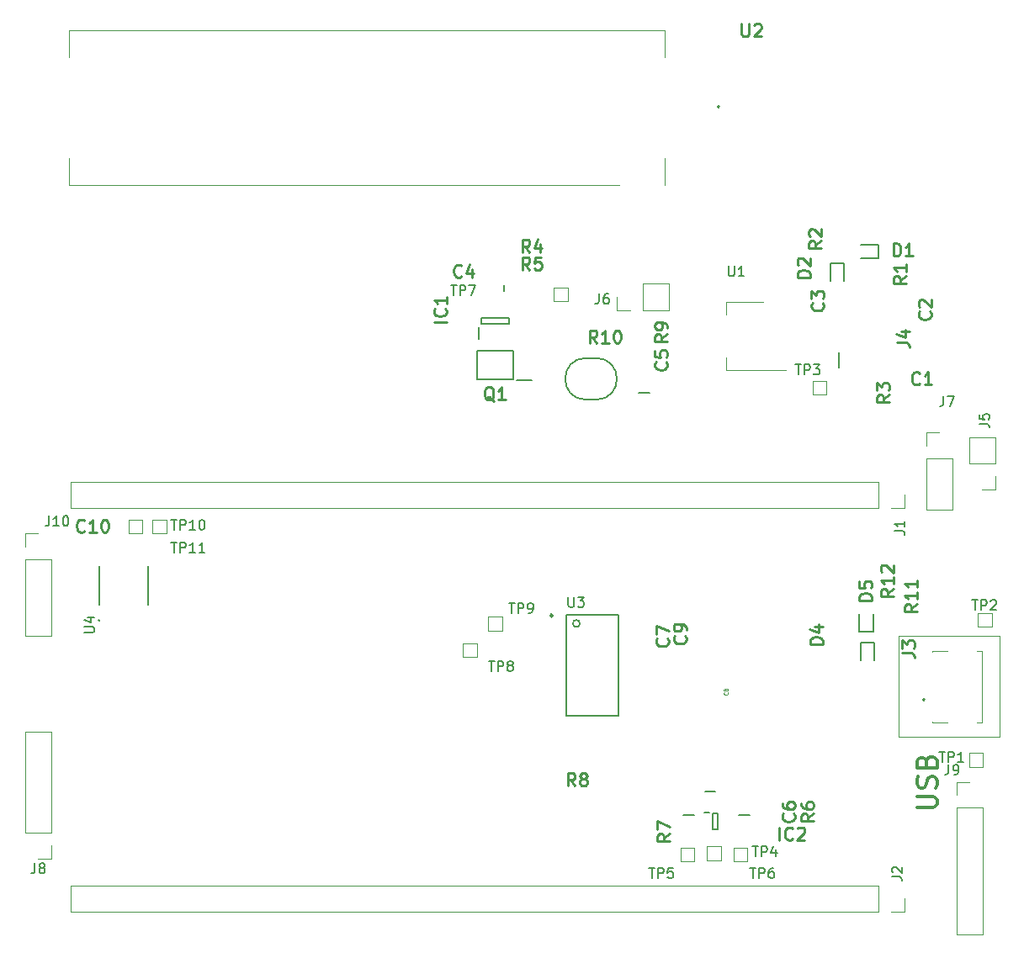
<source format=gbr>
%TF.GenerationSoftware,KiCad,Pcbnew,(6.0.2)*%
%TF.CreationDate,2022-03-20T22:54:28+02:00*%
%TF.ProjectId,main,6d61696e-2e6b-4696-9361-645f70636258,rev?*%
%TF.SameCoordinates,Original*%
%TF.FileFunction,Legend,Top*%
%TF.FilePolarity,Positive*%
%FSLAX46Y46*%
G04 Gerber Fmt 4.6, Leading zero omitted, Abs format (unit mm)*
G04 Created by KiCad (PCBNEW (6.0.2)) date 2022-03-20 22:54:28*
%MOMM*%
%LPD*%
G01*
G04 APERTURE LIST*
%ADD10C,0.100000*%
%ADD11C,0.300000*%
%ADD12C,0.150000*%
%ADD13C,0.254000*%
%ADD14C,0.098425*%
%ADD15C,0.120000*%
%ADD16C,0.200000*%
%ADD17C,0.127000*%
%ADD18C,0.203200*%
G04 APERTURE END LIST*
D10*
X173536000Y-116459000D02*
X183696000Y-116459000D01*
X183696000Y-116459000D02*
X183696000Y-126619000D01*
X183696000Y-126619000D02*
X173536000Y-126619000D01*
X173536000Y-126619000D02*
X173536000Y-116459000D01*
D11*
X175434761Y-133714809D02*
X177053809Y-133714809D01*
X177244285Y-133619571D01*
X177339523Y-133524333D01*
X177434761Y-133333857D01*
X177434761Y-132952904D01*
X177339523Y-132762428D01*
X177244285Y-132667190D01*
X177053809Y-132571952D01*
X175434761Y-132571952D01*
X177339523Y-131714809D02*
X177434761Y-131429095D01*
X177434761Y-130952904D01*
X177339523Y-130762428D01*
X177244285Y-130667190D01*
X177053809Y-130571952D01*
X176863333Y-130571952D01*
X176672857Y-130667190D01*
X176577619Y-130762428D01*
X176482380Y-130952904D01*
X176387142Y-131333857D01*
X176291904Y-131524333D01*
X176196666Y-131619571D01*
X176006190Y-131714809D01*
X175815714Y-131714809D01*
X175625238Y-131619571D01*
X175530000Y-131524333D01*
X175434761Y-131333857D01*
X175434761Y-130857666D01*
X175530000Y-130571952D01*
X176387142Y-129048142D02*
X176482380Y-128762428D01*
X176577619Y-128667190D01*
X176768095Y-128571952D01*
X177053809Y-128571952D01*
X177244285Y-128667190D01*
X177339523Y-128762428D01*
X177434761Y-128952904D01*
X177434761Y-129714809D01*
X175434761Y-129714809D01*
X175434761Y-129048142D01*
X175530000Y-128857666D01*
X175625238Y-128762428D01*
X175815714Y-128667190D01*
X176006190Y-128667190D01*
X176196666Y-128762428D01*
X176291904Y-128857666D01*
X176387142Y-129048142D01*
X176387142Y-129714809D01*
D12*
%TO.C,J6*%
X143430666Y-82002380D02*
X143430666Y-82716666D01*
X143383047Y-82859523D01*
X143287809Y-82954761D01*
X143144952Y-83002380D01*
X143049714Y-83002380D01*
X144335428Y-82002380D02*
X144144952Y-82002380D01*
X144049714Y-82050000D01*
X144002095Y-82097619D01*
X143906857Y-82240476D01*
X143859238Y-82430952D01*
X143859238Y-82811904D01*
X143906857Y-82907142D01*
X143954476Y-82954761D01*
X144049714Y-83002380D01*
X144240190Y-83002380D01*
X144335428Y-82954761D01*
X144383047Y-82907142D01*
X144430666Y-82811904D01*
X144430666Y-82573809D01*
X144383047Y-82478571D01*
X144335428Y-82430952D01*
X144240190Y-82383333D01*
X144049714Y-82383333D01*
X143954476Y-82430952D01*
X143906857Y-82478571D01*
X143859238Y-82573809D01*
D13*
%TO.C,U2*%
X157782380Y-54803523D02*
X157782380Y-55831619D01*
X157842857Y-55952571D01*
X157903333Y-56013047D01*
X158024285Y-56073523D01*
X158266190Y-56073523D01*
X158387142Y-56013047D01*
X158447619Y-55952571D01*
X158508095Y-55831619D01*
X158508095Y-54803523D01*
X159052380Y-54924476D02*
X159112857Y-54864000D01*
X159233809Y-54803523D01*
X159536190Y-54803523D01*
X159657142Y-54864000D01*
X159717619Y-54924476D01*
X159778095Y-55045428D01*
X159778095Y-55166380D01*
X159717619Y-55347809D01*
X158991904Y-56073523D01*
X159778095Y-56073523D01*
%TO.C,R4*%
X136440333Y-77790523D02*
X136017000Y-77185761D01*
X135714619Y-77790523D02*
X135714619Y-76520523D01*
X136198428Y-76520523D01*
X136319380Y-76581000D01*
X136379857Y-76641476D01*
X136440333Y-76762428D01*
X136440333Y-76943857D01*
X136379857Y-77064809D01*
X136319380Y-77125285D01*
X136198428Y-77185761D01*
X135714619Y-77185761D01*
X137528904Y-76943857D02*
X137528904Y-77790523D01*
X137226523Y-76460047D02*
X136924142Y-77367190D01*
X137710333Y-77367190D01*
%TO.C,D4*%
X165928523Y-117269380D02*
X164658523Y-117269380D01*
X164658523Y-116967000D01*
X164719000Y-116785571D01*
X164839952Y-116664619D01*
X164960904Y-116604142D01*
X165202809Y-116543666D01*
X165384238Y-116543666D01*
X165626142Y-116604142D01*
X165747095Y-116664619D01*
X165868047Y-116785571D01*
X165928523Y-116967000D01*
X165928523Y-117269380D01*
X165081857Y-115455095D02*
X165928523Y-115455095D01*
X164598047Y-115757476D02*
X165505190Y-116059857D01*
X165505190Y-115273666D01*
%TO.C,J4*%
X173421523Y-86910333D02*
X174328666Y-86910333D01*
X174510095Y-86970809D01*
X174631047Y-87091761D01*
X174691523Y-87273190D01*
X174691523Y-87394142D01*
X173844857Y-85761285D02*
X174691523Y-85761285D01*
X173361047Y-86063666D02*
X174268190Y-86366047D01*
X174268190Y-85579857D01*
D12*
%TO.C,TP9*%
X134374095Y-113117380D02*
X134945523Y-113117380D01*
X134659809Y-114117380D02*
X134659809Y-113117380D01*
X135278857Y-114117380D02*
X135278857Y-113117380D01*
X135659809Y-113117380D01*
X135755047Y-113165000D01*
X135802666Y-113212619D01*
X135850285Y-113307857D01*
X135850285Y-113450714D01*
X135802666Y-113545952D01*
X135755047Y-113593571D01*
X135659809Y-113641190D01*
X135278857Y-113641190D01*
X136326476Y-114117380D02*
X136516952Y-114117380D01*
X136612190Y-114069761D01*
X136659809Y-114022142D01*
X136755047Y-113879285D01*
X136802666Y-113688809D01*
X136802666Y-113307857D01*
X136755047Y-113212619D01*
X136707428Y-113165000D01*
X136612190Y-113117380D01*
X136421714Y-113117380D01*
X136326476Y-113165000D01*
X136278857Y-113212619D01*
X136231238Y-113307857D01*
X136231238Y-113545952D01*
X136278857Y-113641190D01*
X136326476Y-113688809D01*
X136421714Y-113736428D01*
X136612190Y-113736428D01*
X136707428Y-113688809D01*
X136755047Y-113641190D01*
X136802666Y-113545952D01*
D13*
%TO.C,C10*%
X91639571Y-105863571D02*
X91579095Y-105924047D01*
X91397666Y-105984523D01*
X91276714Y-105984523D01*
X91095285Y-105924047D01*
X90974333Y-105803095D01*
X90913857Y-105682142D01*
X90853380Y-105440238D01*
X90853380Y-105258809D01*
X90913857Y-105016904D01*
X90974333Y-104895952D01*
X91095285Y-104775000D01*
X91276714Y-104714523D01*
X91397666Y-104714523D01*
X91579095Y-104775000D01*
X91639571Y-104835476D01*
X92849095Y-105984523D02*
X92123380Y-105984523D01*
X92486238Y-105984523D02*
X92486238Y-104714523D01*
X92365285Y-104895952D01*
X92244333Y-105016904D01*
X92123380Y-105077380D01*
X93635285Y-104714523D02*
X93756238Y-104714523D01*
X93877190Y-104775000D01*
X93937666Y-104835476D01*
X93998142Y-104956428D01*
X94058619Y-105198333D01*
X94058619Y-105500714D01*
X93998142Y-105742619D01*
X93937666Y-105863571D01*
X93877190Y-105924047D01*
X93756238Y-105984523D01*
X93635285Y-105984523D01*
X93514333Y-105924047D01*
X93453857Y-105863571D01*
X93393380Y-105742619D01*
X93332904Y-105500714D01*
X93332904Y-105198333D01*
X93393380Y-104956428D01*
X93453857Y-104835476D01*
X93514333Y-104775000D01*
X93635285Y-104714523D01*
D12*
%TO.C,J5*%
X181697380Y-95075333D02*
X182411666Y-95075333D01*
X182554523Y-95122952D01*
X182649761Y-95218190D01*
X182697380Y-95361047D01*
X182697380Y-95456285D01*
X181697380Y-94122952D02*
X181697380Y-94599142D01*
X182173571Y-94646761D01*
X182125952Y-94599142D01*
X182078333Y-94503904D01*
X182078333Y-94265809D01*
X182125952Y-94170571D01*
X182173571Y-94122952D01*
X182268809Y-94075333D01*
X182506904Y-94075333D01*
X182602142Y-94122952D01*
X182649761Y-94170571D01*
X182697380Y-94265809D01*
X182697380Y-94503904D01*
X182649761Y-94599142D01*
X182602142Y-94646761D01*
D13*
%TO.C,D5*%
X170881523Y-112824380D02*
X169611523Y-112824380D01*
X169611523Y-112522000D01*
X169672000Y-112340571D01*
X169792952Y-112219619D01*
X169913904Y-112159142D01*
X170155809Y-112098666D01*
X170337238Y-112098666D01*
X170579142Y-112159142D01*
X170700095Y-112219619D01*
X170821047Y-112340571D01*
X170881523Y-112522000D01*
X170881523Y-112824380D01*
X169611523Y-110949619D02*
X169611523Y-111554380D01*
X170216285Y-111614857D01*
X170155809Y-111554380D01*
X170095333Y-111433428D01*
X170095333Y-111131047D01*
X170155809Y-111010095D01*
X170216285Y-110949619D01*
X170337238Y-110889142D01*
X170639619Y-110889142D01*
X170760571Y-110949619D01*
X170821047Y-111010095D01*
X170881523Y-111131047D01*
X170881523Y-111433428D01*
X170821047Y-111554380D01*
X170760571Y-111614857D01*
D12*
%TO.C,TP11*%
X100369904Y-107021380D02*
X100941333Y-107021380D01*
X100655619Y-108021380D02*
X100655619Y-107021380D01*
X101274666Y-108021380D02*
X101274666Y-107021380D01*
X101655619Y-107021380D01*
X101750857Y-107069000D01*
X101798476Y-107116619D01*
X101846095Y-107211857D01*
X101846095Y-107354714D01*
X101798476Y-107449952D01*
X101750857Y-107497571D01*
X101655619Y-107545190D01*
X101274666Y-107545190D01*
X102798476Y-108021380D02*
X102227047Y-108021380D01*
X102512761Y-108021380D02*
X102512761Y-107021380D01*
X102417523Y-107164238D01*
X102322285Y-107259476D01*
X102227047Y-107307095D01*
X103750857Y-108021380D02*
X103179428Y-108021380D01*
X103465142Y-108021380D02*
X103465142Y-107021380D01*
X103369904Y-107164238D01*
X103274666Y-107259476D01*
X103179428Y-107307095D01*
D13*
%TO.C,R6*%
X165039523Y-134323666D02*
X164434761Y-134747000D01*
X165039523Y-135049380D02*
X163769523Y-135049380D01*
X163769523Y-134565571D01*
X163830000Y-134444619D01*
X163890476Y-134384142D01*
X164011428Y-134323666D01*
X164192857Y-134323666D01*
X164313809Y-134384142D01*
X164374285Y-134444619D01*
X164434761Y-134565571D01*
X164434761Y-135049380D01*
X163769523Y-133235095D02*
X163769523Y-133477000D01*
X163830000Y-133597952D01*
X163890476Y-133658428D01*
X164071904Y-133779380D01*
X164313809Y-133839857D01*
X164797619Y-133839857D01*
X164918571Y-133779380D01*
X164979047Y-133718904D01*
X165039523Y-133597952D01*
X165039523Y-133356047D01*
X164979047Y-133235095D01*
X164918571Y-133174619D01*
X164797619Y-133114142D01*
X164495238Y-133114142D01*
X164374285Y-133174619D01*
X164313809Y-133235095D01*
X164253333Y-133356047D01*
X164253333Y-133597952D01*
X164313809Y-133718904D01*
X164374285Y-133779380D01*
X164495238Y-133839857D01*
%TO.C,C1*%
X175683333Y-91004571D02*
X175622857Y-91065047D01*
X175441428Y-91125523D01*
X175320476Y-91125523D01*
X175139047Y-91065047D01*
X175018095Y-90944095D01*
X174957619Y-90823142D01*
X174897142Y-90581238D01*
X174897142Y-90399809D01*
X174957619Y-90157904D01*
X175018095Y-90036952D01*
X175139047Y-89916000D01*
X175320476Y-89855523D01*
X175441428Y-89855523D01*
X175622857Y-89916000D01*
X175683333Y-89976476D01*
X176892857Y-91125523D02*
X176167142Y-91125523D01*
X176530000Y-91125523D02*
X176530000Y-89855523D01*
X176409047Y-90036952D01*
X176288095Y-90157904D01*
X176167142Y-90218380D01*
D12*
%TO.C,TP5*%
X148471095Y-139787380D02*
X149042523Y-139787380D01*
X148756809Y-140787380D02*
X148756809Y-139787380D01*
X149375857Y-140787380D02*
X149375857Y-139787380D01*
X149756809Y-139787380D01*
X149852047Y-139835000D01*
X149899666Y-139882619D01*
X149947285Y-139977857D01*
X149947285Y-140120714D01*
X149899666Y-140215952D01*
X149852047Y-140263571D01*
X149756809Y-140311190D01*
X149375857Y-140311190D01*
X150852047Y-139787380D02*
X150375857Y-139787380D01*
X150328238Y-140263571D01*
X150375857Y-140215952D01*
X150471095Y-140168333D01*
X150709190Y-140168333D01*
X150804428Y-140215952D01*
X150852047Y-140263571D01*
X150899666Y-140358809D01*
X150899666Y-140596904D01*
X150852047Y-140692142D01*
X150804428Y-140739761D01*
X150709190Y-140787380D01*
X150471095Y-140787380D01*
X150375857Y-140739761D01*
X150328238Y-140692142D01*
D13*
%TO.C,R3*%
X172659523Y-92159666D02*
X172054761Y-92583000D01*
X172659523Y-92885380D02*
X171389523Y-92885380D01*
X171389523Y-92401571D01*
X171450000Y-92280619D01*
X171510476Y-92220142D01*
X171631428Y-92159666D01*
X171812857Y-92159666D01*
X171933809Y-92220142D01*
X171994285Y-92280619D01*
X172054761Y-92401571D01*
X172054761Y-92885380D01*
X171389523Y-91736333D02*
X171389523Y-90950142D01*
X171873333Y-91373476D01*
X171873333Y-91192047D01*
X171933809Y-91071095D01*
X171994285Y-91010619D01*
X172115238Y-90950142D01*
X172417619Y-90950142D01*
X172538571Y-91010619D01*
X172599047Y-91071095D01*
X172659523Y-91192047D01*
X172659523Y-91554904D01*
X172599047Y-91675857D01*
X172538571Y-91736333D01*
%TO.C,R1*%
X174310523Y-80221666D02*
X173705761Y-80645000D01*
X174310523Y-80947380D02*
X173040523Y-80947380D01*
X173040523Y-80463571D01*
X173101000Y-80342619D01*
X173161476Y-80282142D01*
X173282428Y-80221666D01*
X173463857Y-80221666D01*
X173584809Y-80282142D01*
X173645285Y-80342619D01*
X173705761Y-80463571D01*
X173705761Y-80947380D01*
X174310523Y-79012142D02*
X174310523Y-79737857D01*
X174310523Y-79375000D02*
X173040523Y-79375000D01*
X173221952Y-79495952D01*
X173342904Y-79616904D01*
X173403380Y-79737857D01*
%TO.C,R2*%
X165801523Y-76665666D02*
X165196761Y-77089000D01*
X165801523Y-77391380D02*
X164531523Y-77391380D01*
X164531523Y-76907571D01*
X164592000Y-76786619D01*
X164652476Y-76726142D01*
X164773428Y-76665666D01*
X164954857Y-76665666D01*
X165075809Y-76726142D01*
X165136285Y-76786619D01*
X165196761Y-76907571D01*
X165196761Y-77391380D01*
X164652476Y-76181857D02*
X164592000Y-76121380D01*
X164531523Y-76000428D01*
X164531523Y-75698047D01*
X164592000Y-75577095D01*
X164652476Y-75516619D01*
X164773428Y-75456142D01*
X164894380Y-75456142D01*
X165075809Y-75516619D01*
X165801523Y-76242333D01*
X165801523Y-75456142D01*
%TO.C,D2*%
X164658523Y-80312380D02*
X163388523Y-80312380D01*
X163388523Y-80010000D01*
X163449000Y-79828571D01*
X163569952Y-79707619D01*
X163690904Y-79647142D01*
X163932809Y-79586666D01*
X164114238Y-79586666D01*
X164356142Y-79647142D01*
X164477095Y-79707619D01*
X164598047Y-79828571D01*
X164658523Y-80010000D01*
X164658523Y-80312380D01*
X163509476Y-79102857D02*
X163449000Y-79042380D01*
X163388523Y-78921428D01*
X163388523Y-78619047D01*
X163449000Y-78498095D01*
X163509476Y-78437619D01*
X163630428Y-78377142D01*
X163751380Y-78377142D01*
X163932809Y-78437619D01*
X164658523Y-79163333D01*
X164658523Y-78377142D01*
%TO.C,D1*%
X173052619Y-78171523D02*
X173052619Y-76901523D01*
X173355000Y-76901523D01*
X173536428Y-76962000D01*
X173657380Y-77082952D01*
X173717857Y-77203904D01*
X173778333Y-77445809D01*
X173778333Y-77627238D01*
X173717857Y-77869142D01*
X173657380Y-77990095D01*
X173536428Y-78111047D01*
X173355000Y-78171523D01*
X173052619Y-78171523D01*
X174987857Y-78171523D02*
X174262142Y-78171523D01*
X174625000Y-78171523D02*
X174625000Y-76901523D01*
X174504047Y-77082952D01*
X174383095Y-77203904D01*
X174262142Y-77264380D01*
%TO.C,R5*%
X136440333Y-79568523D02*
X136017000Y-78963761D01*
X135714619Y-79568523D02*
X135714619Y-78298523D01*
X136198428Y-78298523D01*
X136319380Y-78359000D01*
X136379857Y-78419476D01*
X136440333Y-78540428D01*
X136440333Y-78721857D01*
X136379857Y-78842809D01*
X136319380Y-78903285D01*
X136198428Y-78963761D01*
X135714619Y-78963761D01*
X137589380Y-78298523D02*
X136984619Y-78298523D01*
X136924142Y-78903285D01*
X136984619Y-78842809D01*
X137105571Y-78782333D01*
X137407952Y-78782333D01*
X137528904Y-78842809D01*
X137589380Y-78903285D01*
X137649857Y-79024238D01*
X137649857Y-79326619D01*
X137589380Y-79447571D01*
X137528904Y-79508047D01*
X137407952Y-79568523D01*
X137105571Y-79568523D01*
X136984619Y-79508047D01*
X136924142Y-79447571D01*
%TO.C,R12*%
X173040523Y-111687428D02*
X172435761Y-112110761D01*
X173040523Y-112413142D02*
X171770523Y-112413142D01*
X171770523Y-111929333D01*
X171831000Y-111808380D01*
X171891476Y-111747904D01*
X172012428Y-111687428D01*
X172193857Y-111687428D01*
X172314809Y-111747904D01*
X172375285Y-111808380D01*
X172435761Y-111929333D01*
X172435761Y-112413142D01*
X173040523Y-110477904D02*
X173040523Y-111203619D01*
X173040523Y-110840761D02*
X171770523Y-110840761D01*
X171951952Y-110961714D01*
X172072904Y-111082666D01*
X172133380Y-111203619D01*
X171891476Y-109994095D02*
X171831000Y-109933619D01*
X171770523Y-109812666D01*
X171770523Y-109510285D01*
X171831000Y-109389333D01*
X171891476Y-109328857D01*
X172012428Y-109268380D01*
X172133380Y-109268380D01*
X172314809Y-109328857D01*
X173040523Y-110054571D01*
X173040523Y-109268380D01*
D12*
%TO.C,J1*%
X173188380Y-105870333D02*
X173902666Y-105870333D01*
X174045523Y-105917952D01*
X174140761Y-106013190D01*
X174188380Y-106156047D01*
X174188380Y-106251285D01*
X174188380Y-104870333D02*
X174188380Y-105441761D01*
X174188380Y-105156047D02*
X173188380Y-105156047D01*
X173331238Y-105251285D01*
X173426476Y-105346523D01*
X173474095Y-105441761D01*
D13*
%TO.C,C7*%
X150313571Y-116670666D02*
X150374047Y-116731142D01*
X150434523Y-116912571D01*
X150434523Y-117033523D01*
X150374047Y-117214952D01*
X150253095Y-117335904D01*
X150132142Y-117396380D01*
X149890238Y-117456857D01*
X149708809Y-117456857D01*
X149466904Y-117396380D01*
X149345952Y-117335904D01*
X149225000Y-117214952D01*
X149164523Y-117033523D01*
X149164523Y-116912571D01*
X149225000Y-116731142D01*
X149285476Y-116670666D01*
X149164523Y-116247333D02*
X149164523Y-115400666D01*
X150434523Y-115944952D01*
%TO.C,IC2*%
X161574238Y-136972523D02*
X161574238Y-135702523D01*
X162904714Y-136851571D02*
X162844238Y-136912047D01*
X162662809Y-136972523D01*
X162541857Y-136972523D01*
X162360428Y-136912047D01*
X162239476Y-136791095D01*
X162179000Y-136670142D01*
X162118523Y-136428238D01*
X162118523Y-136246809D01*
X162179000Y-136004904D01*
X162239476Y-135883952D01*
X162360428Y-135763000D01*
X162541857Y-135702523D01*
X162662809Y-135702523D01*
X162844238Y-135763000D01*
X162904714Y-135823476D01*
X163388523Y-135823476D02*
X163449000Y-135763000D01*
X163569952Y-135702523D01*
X163872333Y-135702523D01*
X163993285Y-135763000D01*
X164053761Y-135823476D01*
X164114238Y-135944428D01*
X164114238Y-136065380D01*
X164053761Y-136246809D01*
X163328047Y-136972523D01*
X164114238Y-136972523D01*
D12*
%TO.C,TP10*%
X100369904Y-104735380D02*
X100941333Y-104735380D01*
X100655619Y-105735380D02*
X100655619Y-104735380D01*
X101274666Y-105735380D02*
X101274666Y-104735380D01*
X101655619Y-104735380D01*
X101750857Y-104783000D01*
X101798476Y-104830619D01*
X101846095Y-104925857D01*
X101846095Y-105068714D01*
X101798476Y-105163952D01*
X101750857Y-105211571D01*
X101655619Y-105259190D01*
X101274666Y-105259190D01*
X102798476Y-105735380D02*
X102227047Y-105735380D01*
X102512761Y-105735380D02*
X102512761Y-104735380D01*
X102417523Y-104878238D01*
X102322285Y-104973476D01*
X102227047Y-105021095D01*
X103417523Y-104735380D02*
X103512761Y-104735380D01*
X103608000Y-104783000D01*
X103655619Y-104830619D01*
X103703238Y-104925857D01*
X103750857Y-105116333D01*
X103750857Y-105354428D01*
X103703238Y-105544904D01*
X103655619Y-105640142D01*
X103608000Y-105687761D01*
X103512761Y-105735380D01*
X103417523Y-105735380D01*
X103322285Y-105687761D01*
X103274666Y-105640142D01*
X103227047Y-105544904D01*
X103179428Y-105354428D01*
X103179428Y-105116333D01*
X103227047Y-104925857D01*
X103274666Y-104830619D01*
X103322285Y-104783000D01*
X103417523Y-104735380D01*
%TO.C,J10*%
X88090476Y-104354380D02*
X88090476Y-105068666D01*
X88042857Y-105211523D01*
X87947619Y-105306761D01*
X87804761Y-105354380D01*
X87709523Y-105354380D01*
X89090476Y-105354380D02*
X88519047Y-105354380D01*
X88804761Y-105354380D02*
X88804761Y-104354380D01*
X88709523Y-104497238D01*
X88614285Y-104592476D01*
X88519047Y-104640095D01*
X89709523Y-104354380D02*
X89804761Y-104354380D01*
X89900000Y-104402000D01*
X89947619Y-104449619D01*
X89995238Y-104544857D01*
X90042857Y-104735333D01*
X90042857Y-104973428D01*
X89995238Y-105163904D01*
X89947619Y-105259142D01*
X89900000Y-105306761D01*
X89804761Y-105354380D01*
X89709523Y-105354380D01*
X89614285Y-105306761D01*
X89566666Y-105259142D01*
X89519047Y-105163904D01*
X89471428Y-104973428D01*
X89471428Y-104735333D01*
X89519047Y-104544857D01*
X89566666Y-104449619D01*
X89614285Y-104402000D01*
X89709523Y-104354380D01*
%TO.C,TP6*%
X158631095Y-139787380D02*
X159202523Y-139787380D01*
X158916809Y-140787380D02*
X158916809Y-139787380D01*
X159535857Y-140787380D02*
X159535857Y-139787380D01*
X159916809Y-139787380D01*
X160012047Y-139835000D01*
X160059666Y-139882619D01*
X160107285Y-139977857D01*
X160107285Y-140120714D01*
X160059666Y-140215952D01*
X160012047Y-140263571D01*
X159916809Y-140311190D01*
X159535857Y-140311190D01*
X160964428Y-139787380D02*
X160773952Y-139787380D01*
X160678714Y-139835000D01*
X160631095Y-139882619D01*
X160535857Y-140025476D01*
X160488238Y-140215952D01*
X160488238Y-140596904D01*
X160535857Y-140692142D01*
X160583476Y-140739761D01*
X160678714Y-140787380D01*
X160869190Y-140787380D01*
X160964428Y-140739761D01*
X161012047Y-140692142D01*
X161059666Y-140596904D01*
X161059666Y-140358809D01*
X161012047Y-140263571D01*
X160964428Y-140215952D01*
X160869190Y-140168333D01*
X160678714Y-140168333D01*
X160583476Y-140215952D01*
X160535857Y-140263571D01*
X160488238Y-140358809D01*
%TO.C,U1*%
X156464095Y-79208380D02*
X156464095Y-80017904D01*
X156511714Y-80113142D01*
X156559333Y-80160761D01*
X156654571Y-80208380D01*
X156845047Y-80208380D01*
X156940285Y-80160761D01*
X156987904Y-80113142D01*
X157035523Y-80017904D01*
X157035523Y-79208380D01*
X158035523Y-80208380D02*
X157464095Y-80208380D01*
X157749809Y-80208380D02*
X157749809Y-79208380D01*
X157654571Y-79351238D01*
X157559333Y-79446476D01*
X157464095Y-79494095D01*
D13*
%TO.C,C5*%
X150186571Y-88857666D02*
X150247047Y-88918142D01*
X150307523Y-89099571D01*
X150307523Y-89220523D01*
X150247047Y-89401952D01*
X150126095Y-89522904D01*
X150005142Y-89583380D01*
X149763238Y-89643857D01*
X149581809Y-89643857D01*
X149339904Y-89583380D01*
X149218952Y-89522904D01*
X149098000Y-89401952D01*
X149037523Y-89220523D01*
X149037523Y-89099571D01*
X149098000Y-88918142D01*
X149158476Y-88857666D01*
X149037523Y-87708619D02*
X149037523Y-88313380D01*
X149642285Y-88373857D01*
X149581809Y-88313380D01*
X149521333Y-88192428D01*
X149521333Y-87890047D01*
X149581809Y-87769095D01*
X149642285Y-87708619D01*
X149763238Y-87648142D01*
X150065619Y-87648142D01*
X150186571Y-87708619D01*
X150247047Y-87769095D01*
X150307523Y-87890047D01*
X150307523Y-88192428D01*
X150247047Y-88313380D01*
X150186571Y-88373857D01*
%TO.C,R11*%
X175453523Y-113211428D02*
X174848761Y-113634761D01*
X175453523Y-113937142D02*
X174183523Y-113937142D01*
X174183523Y-113453333D01*
X174244000Y-113332380D01*
X174304476Y-113271904D01*
X174425428Y-113211428D01*
X174606857Y-113211428D01*
X174727809Y-113271904D01*
X174788285Y-113332380D01*
X174848761Y-113453333D01*
X174848761Y-113937142D01*
X175453523Y-112001904D02*
X175453523Y-112727619D01*
X175453523Y-112364761D02*
X174183523Y-112364761D01*
X174364952Y-112485714D01*
X174485904Y-112606666D01*
X174546380Y-112727619D01*
X175453523Y-110792380D02*
X175453523Y-111518095D01*
X175453523Y-111155238D02*
X174183523Y-111155238D01*
X174364952Y-111276190D01*
X174485904Y-111397142D01*
X174546380Y-111518095D01*
%TO.C,R9*%
X150307523Y-86063666D02*
X149702761Y-86487000D01*
X150307523Y-86789380D02*
X149037523Y-86789380D01*
X149037523Y-86305571D01*
X149098000Y-86184619D01*
X149158476Y-86124142D01*
X149279428Y-86063666D01*
X149460857Y-86063666D01*
X149581809Y-86124142D01*
X149642285Y-86184619D01*
X149702761Y-86305571D01*
X149702761Y-86789380D01*
X150307523Y-85458904D02*
X150307523Y-85217000D01*
X150247047Y-85096047D01*
X150186571Y-85035571D01*
X150005142Y-84914619D01*
X149763238Y-84854142D01*
X149279428Y-84854142D01*
X149158476Y-84914619D01*
X149098000Y-84975095D01*
X149037523Y-85096047D01*
X149037523Y-85337952D01*
X149098000Y-85458904D01*
X149158476Y-85519380D01*
X149279428Y-85579857D01*
X149581809Y-85579857D01*
X149702761Y-85519380D01*
X149763238Y-85458904D01*
X149823714Y-85337952D01*
X149823714Y-85096047D01*
X149763238Y-84975095D01*
X149702761Y-84914619D01*
X149581809Y-84854142D01*
D12*
%TO.C,J7*%
X178101666Y-92289380D02*
X178101666Y-93003666D01*
X178054047Y-93146523D01*
X177958809Y-93241761D01*
X177815952Y-93289380D01*
X177720714Y-93289380D01*
X178482619Y-92289380D02*
X179149285Y-92289380D01*
X178720714Y-93289380D01*
%TO.C,TP7*%
X128532095Y-81113380D02*
X129103523Y-81113380D01*
X128817809Y-82113380D02*
X128817809Y-81113380D01*
X129436857Y-82113380D02*
X129436857Y-81113380D01*
X129817809Y-81113380D01*
X129913047Y-81161000D01*
X129960666Y-81208619D01*
X130008285Y-81303857D01*
X130008285Y-81446714D01*
X129960666Y-81541952D01*
X129913047Y-81589571D01*
X129817809Y-81637190D01*
X129436857Y-81637190D01*
X130341619Y-81113380D02*
X131008285Y-81113380D01*
X130579714Y-82113380D01*
D13*
%TO.C,IC1*%
X128082523Y-84805761D02*
X126812523Y-84805761D01*
X127961571Y-83475285D02*
X128022047Y-83535761D01*
X128082523Y-83717190D01*
X128082523Y-83838142D01*
X128022047Y-84019571D01*
X127901095Y-84140523D01*
X127780142Y-84201000D01*
X127538238Y-84261476D01*
X127356809Y-84261476D01*
X127114904Y-84201000D01*
X126993952Y-84140523D01*
X126873000Y-84019571D01*
X126812523Y-83838142D01*
X126812523Y-83717190D01*
X126873000Y-83535761D01*
X126933476Y-83475285D01*
X128082523Y-82265761D02*
X128082523Y-82991476D01*
X128082523Y-82628619D02*
X126812523Y-82628619D01*
X126993952Y-82749571D01*
X127114904Y-82870523D01*
X127175380Y-82991476D01*
%TO.C,C6*%
X163013571Y-134323666D02*
X163074047Y-134384142D01*
X163134523Y-134565571D01*
X163134523Y-134686523D01*
X163074047Y-134867952D01*
X162953095Y-134988904D01*
X162832142Y-135049380D01*
X162590238Y-135109857D01*
X162408809Y-135109857D01*
X162166904Y-135049380D01*
X162045952Y-134988904D01*
X161925000Y-134867952D01*
X161864523Y-134686523D01*
X161864523Y-134565571D01*
X161925000Y-134384142D01*
X161985476Y-134323666D01*
X161864523Y-133235095D02*
X161864523Y-133477000D01*
X161925000Y-133597952D01*
X161985476Y-133658428D01*
X162166904Y-133779380D01*
X162408809Y-133839857D01*
X162892619Y-133839857D01*
X163013571Y-133779380D01*
X163074047Y-133718904D01*
X163134523Y-133597952D01*
X163134523Y-133356047D01*
X163074047Y-133235095D01*
X163013571Y-133174619D01*
X162892619Y-133114142D01*
X162590238Y-133114142D01*
X162469285Y-133174619D01*
X162408809Y-133235095D01*
X162348333Y-133356047D01*
X162348333Y-133597952D01*
X162408809Y-133718904D01*
X162469285Y-133779380D01*
X162590238Y-133839857D01*
%TO.C,J3*%
X173929523Y-118152333D02*
X174836666Y-118152333D01*
X175018095Y-118212809D01*
X175139047Y-118333761D01*
X175199523Y-118515190D01*
X175199523Y-118636142D01*
X173929523Y-117668523D02*
X173929523Y-116882333D01*
X174413333Y-117305666D01*
X174413333Y-117124238D01*
X174473809Y-117003285D01*
X174534285Y-116942809D01*
X174655238Y-116882333D01*
X174957619Y-116882333D01*
X175078571Y-116942809D01*
X175139047Y-117003285D01*
X175199523Y-117124238D01*
X175199523Y-117487095D01*
X175139047Y-117608047D01*
X175078571Y-117668523D01*
D12*
%TO.C,J8*%
X86661666Y-139318380D02*
X86661666Y-140032666D01*
X86614047Y-140175523D01*
X86518809Y-140270761D01*
X86375952Y-140318380D01*
X86280714Y-140318380D01*
X87280714Y-139746952D02*
X87185476Y-139699333D01*
X87137857Y-139651714D01*
X87090238Y-139556476D01*
X87090238Y-139508857D01*
X87137857Y-139413619D01*
X87185476Y-139366000D01*
X87280714Y-139318380D01*
X87471190Y-139318380D01*
X87566428Y-139366000D01*
X87614047Y-139413619D01*
X87661666Y-139508857D01*
X87661666Y-139556476D01*
X87614047Y-139651714D01*
X87566428Y-139699333D01*
X87471190Y-139746952D01*
X87280714Y-139746952D01*
X87185476Y-139794571D01*
X87137857Y-139842190D01*
X87090238Y-139937428D01*
X87090238Y-140127904D01*
X87137857Y-140223142D01*
X87185476Y-140270761D01*
X87280714Y-140318380D01*
X87471190Y-140318380D01*
X87566428Y-140270761D01*
X87614047Y-140223142D01*
X87661666Y-140127904D01*
X87661666Y-139937428D01*
X87614047Y-139842190D01*
X87566428Y-139794571D01*
X87471190Y-139746952D01*
%TO.C,TP1*%
X177681095Y-128103380D02*
X178252523Y-128103380D01*
X177966809Y-129103380D02*
X177966809Y-128103380D01*
X178585857Y-129103380D02*
X178585857Y-128103380D01*
X178966809Y-128103380D01*
X179062047Y-128151000D01*
X179109666Y-128198619D01*
X179157285Y-128293857D01*
X179157285Y-128436714D01*
X179109666Y-128531952D01*
X179062047Y-128579571D01*
X178966809Y-128627190D01*
X178585857Y-128627190D01*
X180109666Y-129103380D02*
X179538238Y-129103380D01*
X179823952Y-129103380D02*
X179823952Y-128103380D01*
X179728714Y-128246238D01*
X179633476Y-128341476D01*
X179538238Y-128389095D01*
D13*
%TO.C,C4*%
X129582333Y-80209571D02*
X129521857Y-80270047D01*
X129340428Y-80330523D01*
X129219476Y-80330523D01*
X129038047Y-80270047D01*
X128917095Y-80149095D01*
X128856619Y-80028142D01*
X128796142Y-79786238D01*
X128796142Y-79604809D01*
X128856619Y-79362904D01*
X128917095Y-79241952D01*
X129038047Y-79121000D01*
X129219476Y-79060523D01*
X129340428Y-79060523D01*
X129521857Y-79121000D01*
X129582333Y-79181476D01*
X130670904Y-79483857D02*
X130670904Y-80330523D01*
X130368523Y-79000047D02*
X130066142Y-79907190D01*
X130852333Y-79907190D01*
D12*
%TO.C,TP4*%
X158885095Y-137628380D02*
X159456523Y-137628380D01*
X159170809Y-138628380D02*
X159170809Y-137628380D01*
X159789857Y-138628380D02*
X159789857Y-137628380D01*
X160170809Y-137628380D01*
X160266047Y-137676000D01*
X160313666Y-137723619D01*
X160361285Y-137818857D01*
X160361285Y-137961714D01*
X160313666Y-138056952D01*
X160266047Y-138104571D01*
X160170809Y-138152190D01*
X159789857Y-138152190D01*
X161218428Y-137961714D02*
X161218428Y-138628380D01*
X160980333Y-137580761D02*
X160742238Y-138295047D01*
X161361285Y-138295047D01*
%TO.C,U4*%
X91652962Y-116079878D02*
X92464583Y-116079878D01*
X92560068Y-116032136D01*
X92607810Y-115984394D01*
X92655553Y-115888909D01*
X92655553Y-115697939D01*
X92607810Y-115602454D01*
X92560068Y-115554712D01*
X92464583Y-115506969D01*
X91652962Y-115506969D01*
X91987159Y-114599863D02*
X92655553Y-114599863D01*
X91605219Y-114838575D02*
X92321356Y-115077287D01*
X92321356Y-114456636D01*
D13*
%TO.C,C3*%
X165934571Y-82888666D02*
X165995047Y-82949142D01*
X166055523Y-83130571D01*
X166055523Y-83251523D01*
X165995047Y-83432952D01*
X165874095Y-83553904D01*
X165753142Y-83614380D01*
X165511238Y-83674857D01*
X165329809Y-83674857D01*
X165087904Y-83614380D01*
X164966952Y-83553904D01*
X164846000Y-83432952D01*
X164785523Y-83251523D01*
X164785523Y-83130571D01*
X164846000Y-82949142D01*
X164906476Y-82888666D01*
X164785523Y-82465333D02*
X164785523Y-81679142D01*
X165269333Y-82102476D01*
X165269333Y-81921047D01*
X165329809Y-81800095D01*
X165390285Y-81739619D01*
X165511238Y-81679142D01*
X165813619Y-81679142D01*
X165934571Y-81739619D01*
X165995047Y-81800095D01*
X166055523Y-81921047D01*
X166055523Y-82283904D01*
X165995047Y-82404857D01*
X165934571Y-82465333D01*
D12*
%TO.C,J9*%
X178609666Y-129373380D02*
X178609666Y-130087666D01*
X178562047Y-130230523D01*
X178466809Y-130325761D01*
X178323952Y-130373380D01*
X178228714Y-130373380D01*
X179133476Y-130373380D02*
X179323952Y-130373380D01*
X179419190Y-130325761D01*
X179466809Y-130278142D01*
X179562047Y-130135285D01*
X179609666Y-129944809D01*
X179609666Y-129563857D01*
X179562047Y-129468619D01*
X179514428Y-129421000D01*
X179419190Y-129373380D01*
X179228714Y-129373380D01*
X179133476Y-129421000D01*
X179085857Y-129468619D01*
X179038238Y-129563857D01*
X179038238Y-129801952D01*
X179085857Y-129897190D01*
X179133476Y-129944809D01*
X179228714Y-129992428D01*
X179419190Y-129992428D01*
X179514428Y-129944809D01*
X179562047Y-129897190D01*
X179609666Y-129801952D01*
%TO.C,J2*%
X172914380Y-140668333D02*
X173628666Y-140668333D01*
X173771523Y-140715952D01*
X173866761Y-140811190D01*
X173914380Y-140954047D01*
X173914380Y-141049285D01*
X173009619Y-140239761D02*
X172962000Y-140192142D01*
X172914380Y-140096904D01*
X172914380Y-139858809D01*
X172962000Y-139763571D01*
X173009619Y-139715952D01*
X173104857Y-139668333D01*
X173200095Y-139668333D01*
X173342952Y-139715952D01*
X173914380Y-140287380D01*
X173914380Y-139668333D01*
%TO.C,TP2*%
X180983095Y-112812380D02*
X181554523Y-112812380D01*
X181268809Y-113812380D02*
X181268809Y-112812380D01*
X181887857Y-113812380D02*
X181887857Y-112812380D01*
X182268809Y-112812380D01*
X182364047Y-112860000D01*
X182411666Y-112907619D01*
X182459285Y-113002857D01*
X182459285Y-113145714D01*
X182411666Y-113240952D01*
X182364047Y-113288571D01*
X182268809Y-113336190D01*
X181887857Y-113336190D01*
X182840238Y-112907619D02*
X182887857Y-112860000D01*
X182983095Y-112812380D01*
X183221190Y-112812380D01*
X183316428Y-112860000D01*
X183364047Y-112907619D01*
X183411666Y-113002857D01*
X183411666Y-113098095D01*
X183364047Y-113240952D01*
X182792619Y-113812380D01*
X183411666Y-113812380D01*
%TO.C,TP8*%
X132342095Y-118959380D02*
X132913523Y-118959380D01*
X132627809Y-119959380D02*
X132627809Y-118959380D01*
X133246857Y-119959380D02*
X133246857Y-118959380D01*
X133627809Y-118959380D01*
X133723047Y-119007000D01*
X133770666Y-119054619D01*
X133818285Y-119149857D01*
X133818285Y-119292714D01*
X133770666Y-119387952D01*
X133723047Y-119435571D01*
X133627809Y-119483190D01*
X133246857Y-119483190D01*
X134389714Y-119387952D02*
X134294476Y-119340333D01*
X134246857Y-119292714D01*
X134199238Y-119197476D01*
X134199238Y-119149857D01*
X134246857Y-119054619D01*
X134294476Y-119007000D01*
X134389714Y-118959380D01*
X134580190Y-118959380D01*
X134675428Y-119007000D01*
X134723047Y-119054619D01*
X134770666Y-119149857D01*
X134770666Y-119197476D01*
X134723047Y-119292714D01*
X134675428Y-119340333D01*
X134580190Y-119387952D01*
X134389714Y-119387952D01*
X134294476Y-119435571D01*
X134246857Y-119483190D01*
X134199238Y-119578428D01*
X134199238Y-119768904D01*
X134246857Y-119864142D01*
X134294476Y-119911761D01*
X134389714Y-119959380D01*
X134580190Y-119959380D01*
X134675428Y-119911761D01*
X134723047Y-119864142D01*
X134770666Y-119768904D01*
X134770666Y-119578428D01*
X134723047Y-119483190D01*
X134675428Y-119435571D01*
X134580190Y-119387952D01*
D13*
%TO.C,R8*%
X141012333Y-131511523D02*
X140589000Y-130906761D01*
X140286619Y-131511523D02*
X140286619Y-130241523D01*
X140770428Y-130241523D01*
X140891380Y-130302000D01*
X140951857Y-130362476D01*
X141012333Y-130483428D01*
X141012333Y-130664857D01*
X140951857Y-130785809D01*
X140891380Y-130846285D01*
X140770428Y-130906761D01*
X140286619Y-130906761D01*
X141738047Y-130785809D02*
X141617095Y-130725333D01*
X141556619Y-130664857D01*
X141496142Y-130543904D01*
X141496142Y-130483428D01*
X141556619Y-130362476D01*
X141617095Y-130302000D01*
X141738047Y-130241523D01*
X141979952Y-130241523D01*
X142100904Y-130302000D01*
X142161380Y-130362476D01*
X142221857Y-130483428D01*
X142221857Y-130543904D01*
X142161380Y-130664857D01*
X142100904Y-130725333D01*
X141979952Y-130785809D01*
X141738047Y-130785809D01*
X141617095Y-130846285D01*
X141556619Y-130906761D01*
X141496142Y-131027714D01*
X141496142Y-131269619D01*
X141556619Y-131390571D01*
X141617095Y-131451047D01*
X141738047Y-131511523D01*
X141979952Y-131511523D01*
X142100904Y-131451047D01*
X142161380Y-131390571D01*
X142221857Y-131269619D01*
X142221857Y-131027714D01*
X142161380Y-130906761D01*
X142100904Y-130846285D01*
X141979952Y-130785809D01*
%TO.C,R10*%
X143201571Y-86934523D02*
X142778238Y-86329761D01*
X142475857Y-86934523D02*
X142475857Y-85664523D01*
X142959666Y-85664523D01*
X143080619Y-85725000D01*
X143141095Y-85785476D01*
X143201571Y-85906428D01*
X143201571Y-86087857D01*
X143141095Y-86208809D01*
X143080619Y-86269285D01*
X142959666Y-86329761D01*
X142475857Y-86329761D01*
X144411095Y-86934523D02*
X143685380Y-86934523D01*
X144048238Y-86934523D02*
X144048238Y-85664523D01*
X143927285Y-85845952D01*
X143806333Y-85966904D01*
X143685380Y-86027380D01*
X145197285Y-85664523D02*
X145318238Y-85664523D01*
X145439190Y-85725000D01*
X145499666Y-85785476D01*
X145560142Y-85906428D01*
X145620619Y-86148333D01*
X145620619Y-86450714D01*
X145560142Y-86692619D01*
X145499666Y-86813571D01*
X145439190Y-86874047D01*
X145318238Y-86934523D01*
X145197285Y-86934523D01*
X145076333Y-86874047D01*
X145015857Y-86813571D01*
X144955380Y-86692619D01*
X144894904Y-86450714D01*
X144894904Y-86148333D01*
X144955380Y-85906428D01*
X145015857Y-85785476D01*
X145076333Y-85725000D01*
X145197285Y-85664523D01*
%TO.C,Q1*%
X132848047Y-92770476D02*
X132727095Y-92710000D01*
X132606142Y-92589047D01*
X132424714Y-92407619D01*
X132303761Y-92347142D01*
X132182809Y-92347142D01*
X132243285Y-92649523D02*
X132122333Y-92589047D01*
X132001380Y-92468095D01*
X131940904Y-92226190D01*
X131940904Y-91802857D01*
X132001380Y-91560952D01*
X132122333Y-91440000D01*
X132243285Y-91379523D01*
X132485190Y-91379523D01*
X132606142Y-91440000D01*
X132727095Y-91560952D01*
X132787571Y-91802857D01*
X132787571Y-92226190D01*
X132727095Y-92468095D01*
X132606142Y-92589047D01*
X132485190Y-92649523D01*
X132243285Y-92649523D01*
X133997095Y-92649523D02*
X133271380Y-92649523D01*
X133634238Y-92649523D02*
X133634238Y-91379523D01*
X133513285Y-91560952D01*
X133392333Y-91681904D01*
X133271380Y-91742380D01*
D14*
%TO.C,C8*%
X156350607Y-122112616D02*
X156369355Y-122131364D01*
X156388102Y-122187607D01*
X156388102Y-122225102D01*
X156369355Y-122281345D01*
X156331859Y-122318841D01*
X156294364Y-122337588D01*
X156219373Y-122356336D01*
X156163130Y-122356336D01*
X156088140Y-122337588D01*
X156050644Y-122318841D01*
X156013149Y-122281345D01*
X155994401Y-122225102D01*
X155994401Y-122187607D01*
X156013149Y-122131364D01*
X156031897Y-122112616D01*
X156163130Y-121887644D02*
X156144383Y-121925140D01*
X156125635Y-121943887D01*
X156088140Y-121962635D01*
X156069392Y-121962635D01*
X156031897Y-121943887D01*
X156013149Y-121925140D01*
X155994401Y-121887644D01*
X155994401Y-121812654D01*
X156013149Y-121775158D01*
X156031897Y-121756411D01*
X156069392Y-121737663D01*
X156088140Y-121737663D01*
X156125635Y-121756411D01*
X156144383Y-121775158D01*
X156163130Y-121812654D01*
X156163130Y-121887644D01*
X156181878Y-121925140D01*
X156200626Y-121943887D01*
X156238121Y-121962635D01*
X156313112Y-121962635D01*
X156350607Y-121943887D01*
X156369355Y-121925140D01*
X156388102Y-121887644D01*
X156388102Y-121812654D01*
X156369355Y-121775158D01*
X156350607Y-121756411D01*
X156313112Y-121737663D01*
X156238121Y-121737663D01*
X156200626Y-121756411D01*
X156181878Y-121775158D01*
X156163130Y-121812654D01*
D13*
%TO.C,C9*%
X152091571Y-116416666D02*
X152152047Y-116477142D01*
X152212523Y-116658571D01*
X152212523Y-116779523D01*
X152152047Y-116960952D01*
X152031095Y-117081904D01*
X151910142Y-117142380D01*
X151668238Y-117202857D01*
X151486809Y-117202857D01*
X151244904Y-117142380D01*
X151123952Y-117081904D01*
X151003000Y-116960952D01*
X150942523Y-116779523D01*
X150942523Y-116658571D01*
X151003000Y-116477142D01*
X151063476Y-116416666D01*
X152212523Y-115811904D02*
X152212523Y-115570000D01*
X152152047Y-115449047D01*
X152091571Y-115388571D01*
X151910142Y-115267619D01*
X151668238Y-115207142D01*
X151184428Y-115207142D01*
X151063476Y-115267619D01*
X151003000Y-115328095D01*
X150942523Y-115449047D01*
X150942523Y-115690952D01*
X151003000Y-115811904D01*
X151063476Y-115872380D01*
X151184428Y-115932857D01*
X151486809Y-115932857D01*
X151607761Y-115872380D01*
X151668238Y-115811904D01*
X151728714Y-115690952D01*
X151728714Y-115449047D01*
X151668238Y-115328095D01*
X151607761Y-115267619D01*
X151486809Y-115207142D01*
D12*
%TO.C,TP3*%
X163203095Y-89114380D02*
X163774523Y-89114380D01*
X163488809Y-90114380D02*
X163488809Y-89114380D01*
X164107857Y-90114380D02*
X164107857Y-89114380D01*
X164488809Y-89114380D01*
X164584047Y-89162000D01*
X164631666Y-89209619D01*
X164679285Y-89304857D01*
X164679285Y-89447714D01*
X164631666Y-89542952D01*
X164584047Y-89590571D01*
X164488809Y-89638190D01*
X164107857Y-89638190D01*
X165012619Y-89114380D02*
X165631666Y-89114380D01*
X165298333Y-89495333D01*
X165441190Y-89495333D01*
X165536428Y-89542952D01*
X165584047Y-89590571D01*
X165631666Y-89685809D01*
X165631666Y-89923904D01*
X165584047Y-90019142D01*
X165536428Y-90066761D01*
X165441190Y-90114380D01*
X165155476Y-90114380D01*
X165060238Y-90066761D01*
X165012619Y-90019142D01*
D13*
%TO.C,R7*%
X150561523Y-136355666D02*
X149956761Y-136779000D01*
X150561523Y-137081380D02*
X149291523Y-137081380D01*
X149291523Y-136597571D01*
X149352000Y-136476619D01*
X149412476Y-136416142D01*
X149533428Y-136355666D01*
X149714857Y-136355666D01*
X149835809Y-136416142D01*
X149896285Y-136476619D01*
X149956761Y-136597571D01*
X149956761Y-137081380D01*
X149291523Y-135932333D02*
X149291523Y-135085666D01*
X150561523Y-135629952D01*
D12*
%TO.C,U3*%
X140327143Y-112509916D02*
X140327143Y-113320791D01*
X140374842Y-113416188D01*
X140422540Y-113463887D01*
X140517937Y-113511585D01*
X140708731Y-113511585D01*
X140804128Y-113463887D01*
X140851827Y-113416188D01*
X140899525Y-113320791D01*
X140899525Y-112509916D01*
X141281114Y-112509916D02*
X141901194Y-112509916D01*
X141567305Y-112891505D01*
X141710400Y-112891505D01*
X141805797Y-112939203D01*
X141853496Y-112986902D01*
X141901194Y-113082299D01*
X141901194Y-113320791D01*
X141853496Y-113416188D01*
X141805797Y-113463887D01*
X141710400Y-113511585D01*
X141424209Y-113511585D01*
X141328812Y-113463887D01*
X141281114Y-113416188D01*
D13*
%TO.C,C2*%
X176729571Y-83777666D02*
X176790047Y-83838142D01*
X176850523Y-84019571D01*
X176850523Y-84140523D01*
X176790047Y-84321952D01*
X176669095Y-84442904D01*
X176548142Y-84503380D01*
X176306238Y-84563857D01*
X176124809Y-84563857D01*
X175882904Y-84503380D01*
X175761952Y-84442904D01*
X175641000Y-84321952D01*
X175580523Y-84140523D01*
X175580523Y-84019571D01*
X175641000Y-83838142D01*
X175701476Y-83777666D01*
X175701476Y-83293857D02*
X175641000Y-83233380D01*
X175580523Y-83112428D01*
X175580523Y-82810047D01*
X175641000Y-82689095D01*
X175701476Y-82628619D01*
X175822428Y-82568142D01*
X175943380Y-82568142D01*
X176124809Y-82628619D01*
X176850523Y-83354333D01*
X176850523Y-82568142D01*
D15*
%TO.C,J6*%
X147828000Y-80966000D02*
X150428000Y-80966000D01*
X145228000Y-83626000D02*
X145228000Y-82296000D01*
X147828000Y-83626000D02*
X147828000Y-80966000D01*
X147828000Y-83626000D02*
X150428000Y-83626000D01*
X150428000Y-83626000D02*
X150428000Y-80966000D01*
X146558000Y-83626000D02*
X145228000Y-83626000D01*
D16*
%TO.C,U2*%
X155434000Y-63246000D02*
G75*
G03*
X155434000Y-63046000I0J100000D01*
G01*
X155434000Y-63046000D02*
G75*
G03*
X155434000Y-63246000I0J-100000D01*
G01*
X155434000Y-63046000D02*
X155434000Y-63046000D01*
X155434000Y-63246000D02*
X155434000Y-63246000D01*
D10*
X149999000Y-71016000D02*
X149999000Y-68326000D01*
X90069000Y-71016000D02*
X145434000Y-71016000D01*
X90069000Y-68326000D02*
X90069000Y-71016000D01*
X90069000Y-55476000D02*
X90069000Y-58166000D01*
X149999000Y-55476000D02*
X90069000Y-55476000D01*
X149999000Y-58166000D02*
X149999000Y-55476000D01*
D16*
%TO.C,D4*%
X171134000Y-118914000D02*
X171134000Y-117139000D01*
X169734000Y-117139000D02*
X169734000Y-118914000D01*
X171134000Y-117139000D02*
X169734000Y-117139000D01*
%TO.C,J4*%
X167575000Y-89454000D02*
X167575000Y-87929000D01*
D15*
%TO.C,TP9*%
X133669000Y-114489000D02*
X133669000Y-115889000D01*
X133669000Y-115889000D02*
X132269000Y-115889000D01*
X132269000Y-114489000D02*
X133669000Y-114489000D01*
X132269000Y-115889000D02*
X132269000Y-114489000D01*
%TO.C,J5*%
X183321000Y-96465000D02*
X180661000Y-96465000D01*
X183321000Y-101665000D02*
X181991000Y-101665000D01*
X183321000Y-100335000D02*
X183321000Y-101665000D01*
X180661000Y-99065000D02*
X180661000Y-96465000D01*
X183321000Y-99065000D02*
X183321000Y-96465000D01*
X183321000Y-99065000D02*
X180661000Y-99065000D01*
D16*
%TO.C,D5*%
X169607000Y-116033000D02*
X171007000Y-116033000D01*
X169607000Y-114258000D02*
X169607000Y-116033000D01*
X171007000Y-116033000D02*
X171007000Y-114258000D01*
D15*
%TO.C,TP11*%
X96074000Y-106110000D02*
X96074000Y-104710000D01*
X97474000Y-106110000D02*
X96074000Y-106110000D01*
X96074000Y-104710000D02*
X97474000Y-104710000D01*
X97474000Y-104710000D02*
X97474000Y-106110000D01*
D16*
%TO.C,R6*%
X158564000Y-134493000D02*
X157514000Y-134493000D01*
D15*
%TO.C,TP5*%
X153024000Y-137730000D02*
X153024000Y-139130000D01*
X153024000Y-139130000D02*
X151624000Y-139130000D01*
X151624000Y-139130000D02*
X151624000Y-137730000D01*
X151624000Y-137730000D02*
X153024000Y-137730000D01*
D16*
%TO.C,D2*%
X168086000Y-78912000D02*
X166686000Y-78912000D01*
X166686000Y-78912000D02*
X166686000Y-80687000D01*
X168086000Y-80687000D02*
X168086000Y-78912000D01*
%TO.C,D1*%
X169757000Y-78424000D02*
X171532000Y-78424000D01*
X171532000Y-77024000D02*
X169757000Y-77024000D01*
X171532000Y-78424000D02*
X171532000Y-77024000D01*
%TO.C,R5*%
X133858000Y-81082000D02*
X133858000Y-81732000D01*
D15*
%TO.C,J1*%
X171577000Y-103565000D02*
X90237000Y-103565000D01*
X174177000Y-102235000D02*
X174177000Y-103565000D01*
X90237000Y-100905000D02*
X90237000Y-103565000D01*
X171577000Y-100905000D02*
X171577000Y-103565000D01*
X171577000Y-100905000D02*
X90237000Y-100905000D01*
X174177000Y-103565000D02*
X172847000Y-103565000D01*
D16*
%TO.C,IC2*%
X154868000Y-135928000D02*
X154868000Y-134328000D01*
X155368000Y-135928000D02*
X154868000Y-135928000D01*
X154043000Y-134228000D02*
X154518000Y-134228000D01*
X155368000Y-134328000D02*
X155368000Y-135928000D01*
X154868000Y-134328000D02*
X155368000Y-134328000D01*
D15*
%TO.C,TP10*%
X98487000Y-104710000D02*
X99887000Y-104710000D01*
X99887000Y-104710000D02*
X99887000Y-106110000D01*
X99887000Y-106110000D02*
X98487000Y-106110000D01*
X98487000Y-106110000D02*
X98487000Y-104710000D01*
%TO.C,J10*%
X85665000Y-107442000D02*
X85665000Y-106112000D01*
X85665000Y-116392000D02*
X88325000Y-116392000D01*
X85665000Y-106112000D02*
X86995000Y-106112000D01*
X85665000Y-108712000D02*
X85665000Y-116392000D01*
X85665000Y-108712000D02*
X88325000Y-108712000D01*
X88325000Y-108712000D02*
X88325000Y-116392000D01*
%TO.C,TP6*%
X155691000Y-139003000D02*
X154291000Y-139003000D01*
X155691000Y-137603000D02*
X155691000Y-139003000D01*
X154291000Y-139003000D02*
X154291000Y-137603000D01*
X154291000Y-137603000D02*
X155691000Y-137603000D01*
%TO.C,U1*%
X159965000Y-82823000D02*
X156205000Y-82823000D01*
X156205000Y-82823000D02*
X156205000Y-84083000D01*
X156205000Y-89643000D02*
X156205000Y-88383000D01*
X162215000Y-89643000D02*
X156205000Y-89643000D01*
D16*
%TO.C,R9*%
X148480000Y-91948000D02*
X147430000Y-91948000D01*
D15*
%TO.C,J7*%
X176343000Y-98567000D02*
X179003000Y-98567000D01*
X179003000Y-98567000D02*
X179003000Y-103707000D01*
X176343000Y-98567000D02*
X176343000Y-103707000D01*
X176343000Y-97297000D02*
X176343000Y-95967000D01*
X176343000Y-95967000D02*
X177673000Y-95967000D01*
X176343000Y-103707000D02*
X179003000Y-103707000D01*
%TO.C,TP7*%
X138873000Y-81342000D02*
X140273000Y-81342000D01*
X138873000Y-82742000D02*
X138873000Y-81342000D01*
X140273000Y-81342000D02*
X140273000Y-82742000D01*
X140273000Y-82742000D02*
X138873000Y-82742000D01*
D16*
%TO.C,IC1*%
X134394000Y-84409000D02*
X134394000Y-85009000D01*
X131544000Y-84409000D02*
X134394000Y-84409000D01*
X134394000Y-85009000D02*
X131544000Y-85009000D01*
X131544000Y-85009000D02*
X131544000Y-84409000D01*
X131344000Y-86559000D02*
X131344000Y-85359000D01*
%TO.C,J3*%
X176091000Y-122739000D02*
G75*
G03*
X176091000Y-122939000I0J-100000D01*
G01*
X176091000Y-122939000D02*
G75*
G03*
X176091000Y-122739000I0J100000D01*
G01*
D10*
X178491000Y-117939000D02*
X176931000Y-117939000D01*
D16*
X176091000Y-122739000D02*
X176091000Y-122739000D01*
D10*
X176931000Y-117939000D02*
X176931000Y-117939000D01*
X181991000Y-125139000D02*
X181491000Y-125139000D01*
X176931000Y-125139000D02*
X176931000Y-125039000D01*
X181491000Y-117939000D02*
X181991000Y-117939000D01*
D16*
X176091000Y-122939000D02*
X176091000Y-122939000D01*
D10*
X181991000Y-117939000D02*
X181991000Y-125139000D01*
X176931000Y-117939000D02*
X176931000Y-118039000D01*
X178491000Y-125139000D02*
X176931000Y-125139000D01*
D15*
%TO.C,J8*%
X88325000Y-137536000D02*
X88325000Y-138866000D01*
X85665000Y-136266000D02*
X85665000Y-126046000D01*
X88325000Y-138866000D02*
X86995000Y-138866000D01*
X88325000Y-136266000D02*
X88325000Y-126046000D01*
X88325000Y-126046000D02*
X85665000Y-126046000D01*
X88325000Y-136266000D02*
X85665000Y-136266000D01*
%TO.C,TP1*%
X180656000Y-128205000D02*
X182056000Y-128205000D01*
X182056000Y-128205000D02*
X182056000Y-129605000D01*
X180656000Y-129605000D02*
X180656000Y-128205000D01*
X182056000Y-129605000D02*
X180656000Y-129605000D01*
%TO.C,TP4*%
X156958000Y-139130000D02*
X156958000Y-137730000D01*
X158358000Y-137730000D02*
X158358000Y-139130000D01*
X158358000Y-139130000D02*
X156958000Y-139130000D01*
X156958000Y-137730000D02*
X158358000Y-137730000D01*
%TO.C,U4*%
D17*
X93194500Y-114879000D02*
G75*
G03*
X93194500Y-114879000I-63500J0D01*
G01*
D16*
X93181000Y-113329000D02*
X93181000Y-109429000D01*
X98081000Y-113329000D02*
X98081000Y-109429000D01*
D15*
%TO.C,J9*%
X179391000Y-132461000D02*
X179391000Y-131131000D01*
X179391000Y-131131000D02*
X180721000Y-131131000D01*
X182051000Y-133731000D02*
X182051000Y-146491000D01*
X179391000Y-133731000D02*
X179391000Y-146491000D01*
X179391000Y-133731000D02*
X182051000Y-133731000D01*
X179391000Y-146491000D02*
X182051000Y-146491000D01*
%TO.C,J2*%
X174177000Y-142875000D02*
X174177000Y-144205000D01*
X171577000Y-144205000D02*
X90237000Y-144205000D01*
X171577000Y-141545000D02*
X90237000Y-141545000D01*
X90237000Y-141545000D02*
X90237000Y-144205000D01*
X174177000Y-144205000D02*
X172847000Y-144205000D01*
X171577000Y-141545000D02*
X171577000Y-144205000D01*
%TO.C,TP2*%
X181545000Y-114108000D02*
X182945000Y-114108000D01*
X181545000Y-115508000D02*
X181545000Y-114108000D01*
X182945000Y-114108000D02*
X182945000Y-115508000D01*
X182945000Y-115508000D02*
X181545000Y-115508000D01*
%TO.C,TP8*%
X129729000Y-118556000D02*
X129729000Y-117156000D01*
X131129000Y-117156000D02*
X131129000Y-118556000D01*
X129729000Y-117156000D02*
X131129000Y-117156000D01*
X131129000Y-118556000D02*
X129729000Y-118556000D01*
D16*
%TO.C,R8*%
X155135000Y-132080000D02*
X154085000Y-132080000D01*
%TO.C,R10*%
X142121000Y-88451000D02*
G75*
G03*
X142121000Y-92651000I0J-2100000D01*
G01*
X143121000Y-92651000D02*
G75*
G03*
X143121000Y-88451000I0J2100000D01*
G01*
X142121000Y-92651000D02*
X143121000Y-92651000D01*
X143121000Y-92651000D02*
X143121000Y-92651000D01*
X142121000Y-88451000D02*
X142121000Y-88451000D01*
X143121000Y-88451000D02*
X142121000Y-88451000D01*
%TO.C,Q1*%
X136644000Y-90704000D02*
X135169000Y-90704000D01*
X134819000Y-87689000D02*
X134819000Y-90619000D01*
X134819000Y-90619000D02*
X131119000Y-90619000D01*
X131119000Y-90619000D02*
X131119000Y-87689000D01*
X131119000Y-87689000D02*
X134819000Y-87689000D01*
D15*
%TO.C,TP3*%
X166308000Y-92140000D02*
X164908000Y-92140000D01*
X164908000Y-92140000D02*
X164908000Y-90740000D01*
X166308000Y-90740000D02*
X166308000Y-92140000D01*
X164908000Y-90740000D02*
X166308000Y-90740000D01*
D16*
%TO.C,R7*%
X152976000Y-134493000D02*
X151926000Y-134493000D01*
D17*
%TO.C,U3*%
X141508553Y-115180000D02*
G75*
G03*
X141508553Y-115180000I-360553J0D01*
G01*
D13*
X138775000Y-114380000D02*
G75*
G03*
X138775000Y-114380000I-127000J0D01*
G01*
D18*
X140148000Y-124480000D02*
X145348000Y-124480000D01*
X145348000Y-114280000D02*
X140148000Y-114280000D01*
X145348000Y-124480000D02*
X145348000Y-114280000D01*
X140148000Y-114280000D02*
X140148000Y-124480000D01*
%TD*%
M02*

</source>
